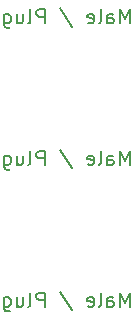
<source format=gbr>
%TF.GenerationSoftware,KiCad,Pcbnew,(5.1.10)-1*%
%TF.CreationDate,2022-04-08T13:19:25-06:00*%
%TF.ProjectId,VacuumFeedThruHDMI,56616375-756d-4466-9565-645468727548,rev?*%
%TF.SameCoordinates,Original*%
%TF.FileFunction,Other,Fab,Bot*%
%FSLAX46Y46*%
G04 Gerber Fmt 4.6, Leading zero omitted, Abs format (unit mm)*
G04 Created by KiCad (PCBNEW (5.1.10)-1) date 2022-04-08 13:19:25*
%MOMM*%
%LPD*%
G01*
G04 APERTURE LIST*
%ADD10C,0.150000*%
G04 APERTURE END LIST*
%TO.C,M3*%
D10*
X5314285Y-14532857D02*
X5314285Y-13332857D01*
X4914285Y-14190000D01*
X4514285Y-13332857D01*
X4514285Y-14532857D01*
X3428571Y-14532857D02*
X3428571Y-13904285D01*
X3485714Y-13790000D01*
X3599999Y-13732857D01*
X3828571Y-13732857D01*
X3942857Y-13790000D01*
X3428571Y-14475714D02*
X3542857Y-14532857D01*
X3828571Y-14532857D01*
X3942857Y-14475714D01*
X3999999Y-14361428D01*
X3999999Y-14247142D01*
X3942857Y-14132857D01*
X3828571Y-14075714D01*
X3542857Y-14075714D01*
X3428571Y-14018571D01*
X2685714Y-14532857D02*
X2799999Y-14475714D01*
X2857142Y-14361428D01*
X2857142Y-13332857D01*
X1771428Y-14475714D02*
X1885714Y-14532857D01*
X2114285Y-14532857D01*
X2228571Y-14475714D01*
X2285714Y-14361428D01*
X2285714Y-13904285D01*
X2228571Y-13790000D01*
X2114285Y-13732857D01*
X1885714Y-13732857D01*
X1771428Y-13790000D01*
X1714285Y-13904285D01*
X1714285Y-14018571D01*
X2285714Y-14132857D01*
X-571428Y-13275714D02*
X457142Y-14818571D01*
X-1885714Y-14532857D02*
X-1885714Y-13332857D01*
X-2342857Y-13332857D01*
X-2457142Y-13390000D01*
X-2514285Y-13447142D01*
X-2571428Y-13561428D01*
X-2571428Y-13732857D01*
X-2514285Y-13847142D01*
X-2457142Y-13904285D01*
X-2342857Y-13961428D01*
X-1885714Y-13961428D01*
X-3257142Y-14532857D02*
X-3142857Y-14475714D01*
X-3085714Y-14361428D01*
X-3085714Y-13332857D01*
X-4228571Y-13732857D02*
X-4228571Y-14532857D01*
X-3714285Y-13732857D02*
X-3714285Y-14361428D01*
X-3771428Y-14475714D01*
X-3885714Y-14532857D01*
X-4057142Y-14532857D01*
X-4171428Y-14475714D01*
X-4228571Y-14418571D01*
X-5314285Y-13732857D02*
X-5314285Y-14704285D01*
X-5257142Y-14818571D01*
X-5199999Y-14875714D01*
X-5085714Y-14932857D01*
X-4914285Y-14932857D01*
X-4799999Y-14875714D01*
X-5314285Y-14475714D02*
X-5199999Y-14532857D01*
X-4971428Y-14532857D01*
X-4857142Y-14475714D01*
X-4799999Y-14418571D01*
X-4742857Y-14304285D01*
X-4742857Y-13961428D01*
X-4799999Y-13847142D01*
X-4857142Y-13790000D01*
X-4971428Y-13732857D01*
X-5199999Y-13732857D01*
X-5314285Y-13790000D01*
%TO.C,M2*%
X5314285Y-2532857D02*
X5314285Y-1332857D01*
X4914285Y-2190000D01*
X4514285Y-1332857D01*
X4514285Y-2532857D01*
X3428571Y-2532857D02*
X3428571Y-1904285D01*
X3485714Y-1790000D01*
X3599999Y-1732857D01*
X3828571Y-1732857D01*
X3942857Y-1790000D01*
X3428571Y-2475714D02*
X3542857Y-2532857D01*
X3828571Y-2532857D01*
X3942857Y-2475714D01*
X3999999Y-2361428D01*
X3999999Y-2247142D01*
X3942857Y-2132857D01*
X3828571Y-2075714D01*
X3542857Y-2075714D01*
X3428571Y-2018571D01*
X2685714Y-2532857D02*
X2799999Y-2475714D01*
X2857142Y-2361428D01*
X2857142Y-1332857D01*
X1771428Y-2475714D02*
X1885714Y-2532857D01*
X2114285Y-2532857D01*
X2228571Y-2475714D01*
X2285714Y-2361428D01*
X2285714Y-1904285D01*
X2228571Y-1790000D01*
X2114285Y-1732857D01*
X1885714Y-1732857D01*
X1771428Y-1790000D01*
X1714285Y-1904285D01*
X1714285Y-2018571D01*
X2285714Y-2132857D01*
X-571428Y-1275714D02*
X457142Y-2818571D01*
X-1885714Y-2532857D02*
X-1885714Y-1332857D01*
X-2342857Y-1332857D01*
X-2457142Y-1390000D01*
X-2514285Y-1447142D01*
X-2571428Y-1561428D01*
X-2571428Y-1732857D01*
X-2514285Y-1847142D01*
X-2457142Y-1904285D01*
X-2342857Y-1961428D01*
X-1885714Y-1961428D01*
X-3257142Y-2532857D02*
X-3142857Y-2475714D01*
X-3085714Y-2361428D01*
X-3085714Y-1332857D01*
X-4228571Y-1732857D02*
X-4228571Y-2532857D01*
X-3714285Y-1732857D02*
X-3714285Y-2361428D01*
X-3771428Y-2475714D01*
X-3885714Y-2532857D01*
X-4057142Y-2532857D01*
X-4171428Y-2475714D01*
X-4228571Y-2418571D01*
X-5314285Y-1732857D02*
X-5314285Y-2704285D01*
X-5257142Y-2818571D01*
X-5199999Y-2875714D01*
X-5085714Y-2932857D01*
X-4914285Y-2932857D01*
X-4799999Y-2875714D01*
X-5314285Y-2475714D02*
X-5199999Y-2532857D01*
X-4971428Y-2532857D01*
X-4857142Y-2475714D01*
X-4799999Y-2418571D01*
X-4742857Y-2304285D01*
X-4742857Y-1961428D01*
X-4799999Y-1847142D01*
X-4857142Y-1790000D01*
X-4971428Y-1732857D01*
X-5199999Y-1732857D01*
X-5314285Y-1790000D01*
%TO.C,M1*%
X5314285Y9467142D02*
X5314285Y10667142D01*
X4914285Y9810000D01*
X4514285Y10667142D01*
X4514285Y9467142D01*
X3428571Y9467142D02*
X3428571Y10095714D01*
X3485714Y10210000D01*
X3599999Y10267142D01*
X3828571Y10267142D01*
X3942857Y10210000D01*
X3428571Y9524285D02*
X3542857Y9467142D01*
X3828571Y9467142D01*
X3942857Y9524285D01*
X3999999Y9638571D01*
X3999999Y9752857D01*
X3942857Y9867142D01*
X3828571Y9924285D01*
X3542857Y9924285D01*
X3428571Y9981428D01*
X2685714Y9467142D02*
X2799999Y9524285D01*
X2857142Y9638571D01*
X2857142Y10667142D01*
X1771428Y9524285D02*
X1885714Y9467142D01*
X2114285Y9467142D01*
X2228571Y9524285D01*
X2285714Y9638571D01*
X2285714Y10095714D01*
X2228571Y10210000D01*
X2114285Y10267142D01*
X1885714Y10267142D01*
X1771428Y10210000D01*
X1714285Y10095714D01*
X1714285Y9981428D01*
X2285714Y9867142D01*
X-571428Y10724285D02*
X457142Y9181428D01*
X-1885714Y9467142D02*
X-1885714Y10667142D01*
X-2342857Y10667142D01*
X-2457142Y10610000D01*
X-2514285Y10552857D01*
X-2571428Y10438571D01*
X-2571428Y10267142D01*
X-2514285Y10152857D01*
X-2457142Y10095714D01*
X-2342857Y10038571D01*
X-1885714Y10038571D01*
X-3257142Y9467142D02*
X-3142857Y9524285D01*
X-3085714Y9638571D01*
X-3085714Y10667142D01*
X-4228571Y10267142D02*
X-4228571Y9467142D01*
X-3714285Y10267142D02*
X-3714285Y9638571D01*
X-3771428Y9524285D01*
X-3885714Y9467142D01*
X-4057142Y9467142D01*
X-4171428Y9524285D01*
X-4228571Y9581428D01*
X-5314285Y10267142D02*
X-5314285Y9295714D01*
X-5257142Y9181428D01*
X-5199999Y9124285D01*
X-5085714Y9067142D01*
X-4914285Y9067142D01*
X-4799999Y9124285D01*
X-5314285Y9524285D02*
X-5199999Y9467142D01*
X-4971428Y9467142D01*
X-4857142Y9524285D01*
X-4799999Y9581428D01*
X-4742857Y9695714D01*
X-4742857Y10038571D01*
X-4799999Y10152857D01*
X-4857142Y10210000D01*
X-4971428Y10267142D01*
X-5199999Y10267142D01*
X-5314285Y10210000D01*
%TD*%
M02*

</source>
